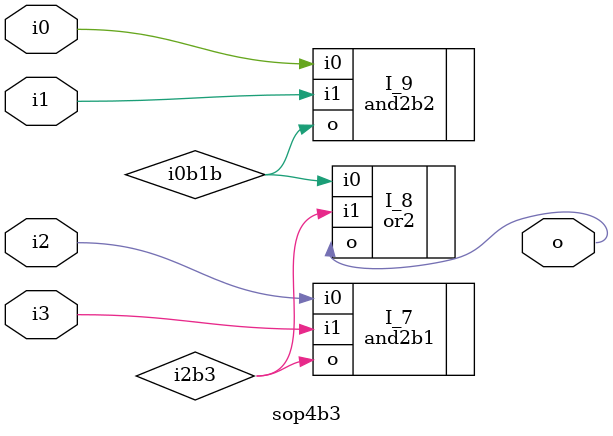
<source format=v>

module sop4b3( o, i0, i1, i2, i3 );

output  o;


input  i0, i1, i2, i3;





specify 
    specparam CDS_LIBNAME  = "xc7000";
    specparam CDS_CELLNAME = "sop4b3";
    specparam CDS_VIEWNAME = "schematic";
endspecify

or2  I_8( .o(o), .i0(i0b1b), .i1(i2b3));
and2b1  I_7( .i0(i2), .i1(i3), .o(i2b3));
and2b2  I_9( .i1(i1), .o(i0b1b), .i0(i0));

endmodule

</source>
